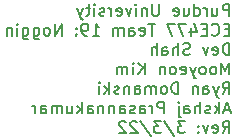
<source format=gbo>
G04 #@! TF.GenerationSoftware,KiCad,Pcbnew,(5.1.5)-3*
G04 #@! TF.CreationDate,2022-03-10T20:17:17-05:00*
G04 #@! TF.ProjectId,wearer,77656172-6572-42e6-9b69-6361645f7063,rev?*
G04 #@! TF.SameCoordinates,Original*
G04 #@! TF.FileFunction,Legend,Bot*
G04 #@! TF.FilePolarity,Positive*
%FSLAX46Y46*%
G04 Gerber Fmt 4.6, Leading zero omitted, Abs format (unit mm)*
G04 Created by KiCad (PCBNEW (5.1.5)-3) date 2022-03-10 20:17:17*
%MOMM*%
%LPD*%
G04 APERTURE LIST*
%ADD10C,0.150000*%
G04 APERTURE END LIST*
D10*
X210992404Y-109548380D02*
X210992404Y-108548380D01*
X210611452Y-108548380D01*
X210516214Y-108596000D01*
X210468595Y-108643619D01*
X210420976Y-108738857D01*
X210420976Y-108881714D01*
X210468595Y-108976952D01*
X210516214Y-109024571D01*
X210611452Y-109072190D01*
X210992404Y-109072190D01*
X209563833Y-108881714D02*
X209563833Y-109548380D01*
X209992404Y-108881714D02*
X209992404Y-109405523D01*
X209944785Y-109500761D01*
X209849547Y-109548380D01*
X209706690Y-109548380D01*
X209611452Y-109500761D01*
X209563833Y-109453142D01*
X209087642Y-109548380D02*
X209087642Y-108881714D01*
X209087642Y-109072190D02*
X209040023Y-108976952D01*
X208992404Y-108929333D01*
X208897166Y-108881714D01*
X208801928Y-108881714D01*
X208040023Y-109548380D02*
X208040023Y-108548380D01*
X208040023Y-109500761D02*
X208135261Y-109548380D01*
X208325738Y-109548380D01*
X208420976Y-109500761D01*
X208468595Y-109453142D01*
X208516214Y-109357904D01*
X208516214Y-109072190D01*
X208468595Y-108976952D01*
X208420976Y-108929333D01*
X208325738Y-108881714D01*
X208135261Y-108881714D01*
X208040023Y-108929333D01*
X207135261Y-108881714D02*
X207135261Y-109548380D01*
X207563833Y-108881714D02*
X207563833Y-109405523D01*
X207516214Y-109500761D01*
X207420976Y-109548380D01*
X207278119Y-109548380D01*
X207182880Y-109500761D01*
X207135261Y-109453142D01*
X206278119Y-109500761D02*
X206373357Y-109548380D01*
X206563833Y-109548380D01*
X206659071Y-109500761D01*
X206706690Y-109405523D01*
X206706690Y-109024571D01*
X206659071Y-108929333D01*
X206563833Y-108881714D01*
X206373357Y-108881714D01*
X206278119Y-108929333D01*
X206230500Y-109024571D01*
X206230500Y-109119809D01*
X206706690Y-109215047D01*
X205040023Y-108548380D02*
X205040023Y-109357904D01*
X204992404Y-109453142D01*
X204944785Y-109500761D01*
X204849547Y-109548380D01*
X204659071Y-109548380D01*
X204563833Y-109500761D01*
X204516214Y-109453142D01*
X204468595Y-109357904D01*
X204468595Y-108548380D01*
X203992404Y-108881714D02*
X203992404Y-109548380D01*
X203992404Y-108976952D02*
X203944785Y-108929333D01*
X203849547Y-108881714D01*
X203706690Y-108881714D01*
X203611452Y-108929333D01*
X203563833Y-109024571D01*
X203563833Y-109548380D01*
X203087642Y-109548380D02*
X203087642Y-108881714D01*
X203087642Y-108548380D02*
X203135261Y-108596000D01*
X203087642Y-108643619D01*
X203040023Y-108596000D01*
X203087642Y-108548380D01*
X203087642Y-108643619D01*
X202706690Y-108881714D02*
X202468595Y-109548380D01*
X202230500Y-108881714D01*
X201468595Y-109500761D02*
X201563833Y-109548380D01*
X201754309Y-109548380D01*
X201849547Y-109500761D01*
X201897166Y-109405523D01*
X201897166Y-109024571D01*
X201849547Y-108929333D01*
X201754309Y-108881714D01*
X201563833Y-108881714D01*
X201468595Y-108929333D01*
X201420976Y-109024571D01*
X201420976Y-109119809D01*
X201897166Y-109215047D01*
X200992404Y-109548380D02*
X200992404Y-108881714D01*
X200992404Y-109072190D02*
X200944785Y-108976952D01*
X200897166Y-108929333D01*
X200801928Y-108881714D01*
X200706690Y-108881714D01*
X200420976Y-109500761D02*
X200325738Y-109548380D01*
X200135261Y-109548380D01*
X200040023Y-109500761D01*
X199992404Y-109405523D01*
X199992404Y-109357904D01*
X200040023Y-109262666D01*
X200135261Y-109215047D01*
X200278119Y-109215047D01*
X200373357Y-109167428D01*
X200420976Y-109072190D01*
X200420976Y-109024571D01*
X200373357Y-108929333D01*
X200278119Y-108881714D01*
X200135261Y-108881714D01*
X200040023Y-108929333D01*
X199563833Y-109548380D02*
X199563833Y-108881714D01*
X199563833Y-108548380D02*
X199611452Y-108596000D01*
X199563833Y-108643619D01*
X199516214Y-108596000D01*
X199563833Y-108548380D01*
X199563833Y-108643619D01*
X199230500Y-108881714D02*
X198849547Y-108881714D01*
X199087642Y-108548380D02*
X199087642Y-109405523D01*
X199040023Y-109500761D01*
X198944785Y-109548380D01*
X198849547Y-109548380D01*
X198611452Y-108881714D02*
X198373357Y-109548380D01*
X198135261Y-108881714D02*
X198373357Y-109548380D01*
X198468595Y-109786476D01*
X198516214Y-109834095D01*
X198611452Y-109881714D01*
X210992404Y-110674571D02*
X210659071Y-110674571D01*
X210516214Y-111198380D02*
X210992404Y-111198380D01*
X210992404Y-110198380D01*
X210516214Y-110198380D01*
X209516214Y-111103142D02*
X209563833Y-111150761D01*
X209706690Y-111198380D01*
X209801928Y-111198380D01*
X209944785Y-111150761D01*
X210040023Y-111055523D01*
X210087642Y-110960285D01*
X210135261Y-110769809D01*
X210135261Y-110626952D01*
X210087642Y-110436476D01*
X210040023Y-110341238D01*
X209944785Y-110246000D01*
X209801928Y-110198380D01*
X209706690Y-110198380D01*
X209563833Y-110246000D01*
X209516214Y-110293619D01*
X209087642Y-110674571D02*
X208754309Y-110674571D01*
X208611452Y-111198380D02*
X209087642Y-111198380D01*
X209087642Y-110198380D01*
X208611452Y-110198380D01*
X207754309Y-110531714D02*
X207754309Y-111198380D01*
X207992404Y-110150761D02*
X208230500Y-110865047D01*
X207611452Y-110865047D01*
X207325738Y-110198380D02*
X206659071Y-110198380D01*
X207087642Y-111198380D01*
X206373357Y-110198380D02*
X205706690Y-110198380D01*
X206135261Y-111198380D01*
X204706690Y-110198380D02*
X204135261Y-110198380D01*
X204420976Y-111198380D02*
X204420976Y-110198380D01*
X203420976Y-111150761D02*
X203516214Y-111198380D01*
X203706690Y-111198380D01*
X203801928Y-111150761D01*
X203849547Y-111055523D01*
X203849547Y-110674571D01*
X203801928Y-110579333D01*
X203706690Y-110531714D01*
X203516214Y-110531714D01*
X203420976Y-110579333D01*
X203373357Y-110674571D01*
X203373357Y-110769809D01*
X203849547Y-110865047D01*
X202516214Y-111198380D02*
X202516214Y-110674571D01*
X202563833Y-110579333D01*
X202659071Y-110531714D01*
X202849547Y-110531714D01*
X202944785Y-110579333D01*
X202516214Y-111150761D02*
X202611452Y-111198380D01*
X202849547Y-111198380D01*
X202944785Y-111150761D01*
X202992404Y-111055523D01*
X202992404Y-110960285D01*
X202944785Y-110865047D01*
X202849547Y-110817428D01*
X202611452Y-110817428D01*
X202516214Y-110769809D01*
X202040023Y-111198380D02*
X202040023Y-110531714D01*
X202040023Y-110626952D02*
X201992404Y-110579333D01*
X201897166Y-110531714D01*
X201754309Y-110531714D01*
X201659071Y-110579333D01*
X201611452Y-110674571D01*
X201611452Y-111198380D01*
X201611452Y-110674571D02*
X201563833Y-110579333D01*
X201468595Y-110531714D01*
X201325738Y-110531714D01*
X201230500Y-110579333D01*
X201182880Y-110674571D01*
X201182880Y-111198380D01*
X199420976Y-111198380D02*
X199992404Y-111198380D01*
X199706690Y-111198380D02*
X199706690Y-110198380D01*
X199801928Y-110341238D01*
X199897166Y-110436476D01*
X199992404Y-110484095D01*
X198944785Y-111198380D02*
X198754309Y-111198380D01*
X198659071Y-111150761D01*
X198611452Y-111103142D01*
X198516214Y-110960285D01*
X198468595Y-110769809D01*
X198468595Y-110388857D01*
X198516214Y-110293619D01*
X198563833Y-110246000D01*
X198659071Y-110198380D01*
X198849547Y-110198380D01*
X198944785Y-110246000D01*
X198992404Y-110293619D01*
X199040023Y-110388857D01*
X199040023Y-110626952D01*
X198992404Y-110722190D01*
X198944785Y-110769809D01*
X198849547Y-110817428D01*
X198659071Y-110817428D01*
X198563833Y-110769809D01*
X198516214Y-110722190D01*
X198468595Y-110626952D01*
X198040023Y-111103142D02*
X197992404Y-111150761D01*
X198040023Y-111198380D01*
X198087642Y-111150761D01*
X198040023Y-111103142D01*
X198040023Y-111198380D01*
X198040023Y-110579333D02*
X197992404Y-110626952D01*
X198040023Y-110674571D01*
X198087642Y-110626952D01*
X198040023Y-110579333D01*
X198040023Y-110674571D01*
X196801928Y-111198380D02*
X196801928Y-110198380D01*
X196230500Y-111198380D01*
X196230500Y-110198380D01*
X195611452Y-111198380D02*
X195706690Y-111150761D01*
X195754309Y-111103142D01*
X195801928Y-111007904D01*
X195801928Y-110722190D01*
X195754309Y-110626952D01*
X195706690Y-110579333D01*
X195611452Y-110531714D01*
X195468595Y-110531714D01*
X195373357Y-110579333D01*
X195325738Y-110626952D01*
X195278119Y-110722190D01*
X195278119Y-111007904D01*
X195325738Y-111103142D01*
X195373357Y-111150761D01*
X195468595Y-111198380D01*
X195611452Y-111198380D01*
X194420976Y-110531714D02*
X194420976Y-111341238D01*
X194468595Y-111436476D01*
X194516214Y-111484095D01*
X194611452Y-111531714D01*
X194754309Y-111531714D01*
X194849547Y-111484095D01*
X194420976Y-111150761D02*
X194516214Y-111198380D01*
X194706690Y-111198380D01*
X194801928Y-111150761D01*
X194849547Y-111103142D01*
X194897166Y-111007904D01*
X194897166Y-110722190D01*
X194849547Y-110626952D01*
X194801928Y-110579333D01*
X194706690Y-110531714D01*
X194516214Y-110531714D01*
X194420976Y-110579333D01*
X193516214Y-110531714D02*
X193516214Y-111341238D01*
X193563833Y-111436476D01*
X193611452Y-111484095D01*
X193706690Y-111531714D01*
X193849547Y-111531714D01*
X193944785Y-111484095D01*
X193516214Y-111150761D02*
X193611452Y-111198380D01*
X193801928Y-111198380D01*
X193897166Y-111150761D01*
X193944785Y-111103142D01*
X193992404Y-111007904D01*
X193992404Y-110722190D01*
X193944785Y-110626952D01*
X193897166Y-110579333D01*
X193801928Y-110531714D01*
X193611452Y-110531714D01*
X193516214Y-110579333D01*
X193040023Y-111198380D02*
X193040023Y-110531714D01*
X193040023Y-110198380D02*
X193087642Y-110246000D01*
X193040023Y-110293619D01*
X192992404Y-110246000D01*
X193040023Y-110198380D01*
X193040023Y-110293619D01*
X192563833Y-110531714D02*
X192563833Y-111198380D01*
X192563833Y-110626952D02*
X192516214Y-110579333D01*
X192420976Y-110531714D01*
X192278119Y-110531714D01*
X192182880Y-110579333D01*
X192135261Y-110674571D01*
X192135261Y-111198380D01*
X210992404Y-112848380D02*
X210992404Y-111848380D01*
X210754309Y-111848380D01*
X210611452Y-111896000D01*
X210516214Y-111991238D01*
X210468595Y-112086476D01*
X210420976Y-112276952D01*
X210420976Y-112419809D01*
X210468595Y-112610285D01*
X210516214Y-112705523D01*
X210611452Y-112800761D01*
X210754309Y-112848380D01*
X210992404Y-112848380D01*
X209611452Y-112800761D02*
X209706690Y-112848380D01*
X209897166Y-112848380D01*
X209992404Y-112800761D01*
X210040023Y-112705523D01*
X210040023Y-112324571D01*
X209992404Y-112229333D01*
X209897166Y-112181714D01*
X209706690Y-112181714D01*
X209611452Y-112229333D01*
X209563833Y-112324571D01*
X209563833Y-112419809D01*
X210040023Y-112515047D01*
X209230500Y-112181714D02*
X208992404Y-112848380D01*
X208754309Y-112181714D01*
X207659071Y-112800761D02*
X207516214Y-112848380D01*
X207278119Y-112848380D01*
X207182880Y-112800761D01*
X207135261Y-112753142D01*
X207087642Y-112657904D01*
X207087642Y-112562666D01*
X207135261Y-112467428D01*
X207182880Y-112419809D01*
X207278119Y-112372190D01*
X207468595Y-112324571D01*
X207563833Y-112276952D01*
X207611452Y-112229333D01*
X207659071Y-112134095D01*
X207659071Y-112038857D01*
X207611452Y-111943619D01*
X207563833Y-111896000D01*
X207468595Y-111848380D01*
X207230500Y-111848380D01*
X207087642Y-111896000D01*
X206659071Y-112848380D02*
X206659071Y-111848380D01*
X206230500Y-112848380D02*
X206230500Y-112324571D01*
X206278119Y-112229333D01*
X206373357Y-112181714D01*
X206516214Y-112181714D01*
X206611452Y-112229333D01*
X206659071Y-112276952D01*
X205325738Y-112848380D02*
X205325738Y-112324571D01*
X205373357Y-112229333D01*
X205468595Y-112181714D01*
X205659071Y-112181714D01*
X205754309Y-112229333D01*
X205325738Y-112800761D02*
X205420976Y-112848380D01*
X205659071Y-112848380D01*
X205754309Y-112800761D01*
X205801928Y-112705523D01*
X205801928Y-112610285D01*
X205754309Y-112515047D01*
X205659071Y-112467428D01*
X205420976Y-112467428D01*
X205325738Y-112419809D01*
X204849547Y-112848380D02*
X204849547Y-111848380D01*
X204420976Y-112848380D02*
X204420976Y-112324571D01*
X204468595Y-112229333D01*
X204563833Y-112181714D01*
X204706690Y-112181714D01*
X204801928Y-112229333D01*
X204849547Y-112276952D01*
X210992404Y-114498380D02*
X210992404Y-113498380D01*
X210659071Y-114212666D01*
X210325738Y-113498380D01*
X210325738Y-114498380D01*
X209706690Y-114498380D02*
X209801928Y-114450761D01*
X209849547Y-114403142D01*
X209897166Y-114307904D01*
X209897166Y-114022190D01*
X209849547Y-113926952D01*
X209801928Y-113879333D01*
X209706690Y-113831714D01*
X209563833Y-113831714D01*
X209468595Y-113879333D01*
X209420976Y-113926952D01*
X209373357Y-114022190D01*
X209373357Y-114307904D01*
X209420976Y-114403142D01*
X209468595Y-114450761D01*
X209563833Y-114498380D01*
X209706690Y-114498380D01*
X208801928Y-114498380D02*
X208897166Y-114450761D01*
X208944785Y-114403142D01*
X208992404Y-114307904D01*
X208992404Y-114022190D01*
X208944785Y-113926952D01*
X208897166Y-113879333D01*
X208801928Y-113831714D01*
X208659071Y-113831714D01*
X208563833Y-113879333D01*
X208516214Y-113926952D01*
X208468595Y-114022190D01*
X208468595Y-114307904D01*
X208516214Y-114403142D01*
X208563833Y-114450761D01*
X208659071Y-114498380D01*
X208801928Y-114498380D01*
X208135261Y-113831714D02*
X207897166Y-114498380D01*
X207659071Y-113831714D02*
X207897166Y-114498380D01*
X207992404Y-114736476D01*
X208040023Y-114784095D01*
X208135261Y-114831714D01*
X206897166Y-114450761D02*
X206992404Y-114498380D01*
X207182880Y-114498380D01*
X207278119Y-114450761D01*
X207325738Y-114355523D01*
X207325738Y-113974571D01*
X207278119Y-113879333D01*
X207182880Y-113831714D01*
X206992404Y-113831714D01*
X206897166Y-113879333D01*
X206849547Y-113974571D01*
X206849547Y-114069809D01*
X207325738Y-114165047D01*
X206278119Y-114498380D02*
X206373357Y-114450761D01*
X206420976Y-114403142D01*
X206468595Y-114307904D01*
X206468595Y-114022190D01*
X206420976Y-113926952D01*
X206373357Y-113879333D01*
X206278119Y-113831714D01*
X206135261Y-113831714D01*
X206040023Y-113879333D01*
X205992404Y-113926952D01*
X205944785Y-114022190D01*
X205944785Y-114307904D01*
X205992404Y-114403142D01*
X206040023Y-114450761D01*
X206135261Y-114498380D01*
X206278119Y-114498380D01*
X205516214Y-113831714D02*
X205516214Y-114498380D01*
X205516214Y-113926952D02*
X205468595Y-113879333D01*
X205373357Y-113831714D01*
X205230500Y-113831714D01*
X205135261Y-113879333D01*
X205087642Y-113974571D01*
X205087642Y-114498380D01*
X203849547Y-114498380D02*
X203849547Y-113498380D01*
X203278119Y-114498380D02*
X203706690Y-113926952D01*
X203278119Y-113498380D02*
X203849547Y-114069809D01*
X202849547Y-114498380D02*
X202849547Y-113831714D01*
X202849547Y-113498380D02*
X202897166Y-113546000D01*
X202849547Y-113593619D01*
X202801928Y-113546000D01*
X202849547Y-113498380D01*
X202849547Y-113593619D01*
X202373357Y-114498380D02*
X202373357Y-113831714D01*
X202373357Y-113926952D02*
X202325738Y-113879333D01*
X202230500Y-113831714D01*
X202087642Y-113831714D01*
X201992404Y-113879333D01*
X201944785Y-113974571D01*
X201944785Y-114498380D01*
X201944785Y-113974571D02*
X201897166Y-113879333D01*
X201801928Y-113831714D01*
X201659071Y-113831714D01*
X201563833Y-113879333D01*
X201516214Y-113974571D01*
X201516214Y-114498380D01*
X210420976Y-116148380D02*
X210754309Y-115672190D01*
X210992404Y-116148380D02*
X210992404Y-115148380D01*
X210611452Y-115148380D01*
X210516214Y-115196000D01*
X210468595Y-115243619D01*
X210420976Y-115338857D01*
X210420976Y-115481714D01*
X210468595Y-115576952D01*
X210516214Y-115624571D01*
X210611452Y-115672190D01*
X210992404Y-115672190D01*
X210087642Y-115481714D02*
X209849547Y-116148380D01*
X209611452Y-115481714D02*
X209849547Y-116148380D01*
X209944785Y-116386476D01*
X209992404Y-116434095D01*
X210087642Y-116481714D01*
X208801928Y-116148380D02*
X208801928Y-115624571D01*
X208849547Y-115529333D01*
X208944785Y-115481714D01*
X209135261Y-115481714D01*
X209230500Y-115529333D01*
X208801928Y-116100761D02*
X208897166Y-116148380D01*
X209135261Y-116148380D01*
X209230500Y-116100761D01*
X209278119Y-116005523D01*
X209278119Y-115910285D01*
X209230500Y-115815047D01*
X209135261Y-115767428D01*
X208897166Y-115767428D01*
X208801928Y-115719809D01*
X208325738Y-115481714D02*
X208325738Y-116148380D01*
X208325738Y-115576952D02*
X208278119Y-115529333D01*
X208182880Y-115481714D01*
X208040023Y-115481714D01*
X207944785Y-115529333D01*
X207897166Y-115624571D01*
X207897166Y-116148380D01*
X206659071Y-116148380D02*
X206659071Y-115148380D01*
X206420976Y-115148380D01*
X206278119Y-115196000D01*
X206182880Y-115291238D01*
X206135261Y-115386476D01*
X206087642Y-115576952D01*
X206087642Y-115719809D01*
X206135261Y-115910285D01*
X206182880Y-116005523D01*
X206278119Y-116100761D01*
X206420976Y-116148380D01*
X206659071Y-116148380D01*
X205516214Y-116148380D02*
X205611452Y-116100761D01*
X205659071Y-116053142D01*
X205706690Y-115957904D01*
X205706690Y-115672190D01*
X205659071Y-115576952D01*
X205611452Y-115529333D01*
X205516214Y-115481714D01*
X205373357Y-115481714D01*
X205278119Y-115529333D01*
X205230500Y-115576952D01*
X205182880Y-115672190D01*
X205182880Y-115957904D01*
X205230500Y-116053142D01*
X205278119Y-116100761D01*
X205373357Y-116148380D01*
X205516214Y-116148380D01*
X204754309Y-116148380D02*
X204754309Y-115481714D01*
X204754309Y-115576952D02*
X204706690Y-115529333D01*
X204611452Y-115481714D01*
X204468595Y-115481714D01*
X204373357Y-115529333D01*
X204325738Y-115624571D01*
X204325738Y-116148380D01*
X204325738Y-115624571D02*
X204278119Y-115529333D01*
X204182880Y-115481714D01*
X204040023Y-115481714D01*
X203944785Y-115529333D01*
X203897166Y-115624571D01*
X203897166Y-116148380D01*
X202992404Y-116148380D02*
X202992404Y-115624571D01*
X203040023Y-115529333D01*
X203135261Y-115481714D01*
X203325738Y-115481714D01*
X203420976Y-115529333D01*
X202992404Y-116100761D02*
X203087642Y-116148380D01*
X203325738Y-116148380D01*
X203420976Y-116100761D01*
X203468595Y-116005523D01*
X203468595Y-115910285D01*
X203420976Y-115815047D01*
X203325738Y-115767428D01*
X203087642Y-115767428D01*
X202992404Y-115719809D01*
X202516214Y-115481714D02*
X202516214Y-116148380D01*
X202516214Y-115576952D02*
X202468595Y-115529333D01*
X202373357Y-115481714D01*
X202230500Y-115481714D01*
X202135261Y-115529333D01*
X202087642Y-115624571D01*
X202087642Y-116148380D01*
X201659071Y-116100761D02*
X201563833Y-116148380D01*
X201373357Y-116148380D01*
X201278119Y-116100761D01*
X201230500Y-116005523D01*
X201230500Y-115957904D01*
X201278119Y-115862666D01*
X201373357Y-115815047D01*
X201516214Y-115815047D01*
X201611452Y-115767428D01*
X201659071Y-115672190D01*
X201659071Y-115624571D01*
X201611452Y-115529333D01*
X201516214Y-115481714D01*
X201373357Y-115481714D01*
X201278119Y-115529333D01*
X200801928Y-116148380D02*
X200801928Y-115148380D01*
X200706690Y-115767428D02*
X200420976Y-116148380D01*
X200420976Y-115481714D02*
X200801928Y-115862666D01*
X199992404Y-116148380D02*
X199992404Y-115481714D01*
X199992404Y-115148380D02*
X200040023Y-115196000D01*
X199992404Y-115243619D01*
X199944785Y-115196000D01*
X199992404Y-115148380D01*
X199992404Y-115243619D01*
X211040023Y-117512666D02*
X210563833Y-117512666D01*
X211135261Y-117798380D02*
X210801928Y-116798380D01*
X210468595Y-117798380D01*
X210135261Y-117798380D02*
X210135261Y-116798380D01*
X210040023Y-117417428D02*
X209754309Y-117798380D01*
X209754309Y-117131714D02*
X210135261Y-117512666D01*
X209373357Y-117750761D02*
X209278119Y-117798380D01*
X209087642Y-117798380D01*
X208992404Y-117750761D01*
X208944785Y-117655523D01*
X208944785Y-117607904D01*
X208992404Y-117512666D01*
X209087642Y-117465047D01*
X209230500Y-117465047D01*
X209325738Y-117417428D01*
X209373357Y-117322190D01*
X209373357Y-117274571D01*
X209325738Y-117179333D01*
X209230500Y-117131714D01*
X209087642Y-117131714D01*
X208992404Y-117179333D01*
X208516214Y-117798380D02*
X208516214Y-116798380D01*
X208087642Y-117798380D02*
X208087642Y-117274571D01*
X208135261Y-117179333D01*
X208230500Y-117131714D01*
X208373357Y-117131714D01*
X208468595Y-117179333D01*
X208516214Y-117226952D01*
X207182880Y-117798380D02*
X207182880Y-117274571D01*
X207230500Y-117179333D01*
X207325738Y-117131714D01*
X207516214Y-117131714D01*
X207611452Y-117179333D01*
X207182880Y-117750761D02*
X207278119Y-117798380D01*
X207516214Y-117798380D01*
X207611452Y-117750761D01*
X207659071Y-117655523D01*
X207659071Y-117560285D01*
X207611452Y-117465047D01*
X207516214Y-117417428D01*
X207278119Y-117417428D01*
X207182880Y-117369809D01*
X206706690Y-117131714D02*
X206706690Y-117988857D01*
X206754309Y-118084095D01*
X206849547Y-118131714D01*
X206897166Y-118131714D01*
X206706690Y-116798380D02*
X206754309Y-116846000D01*
X206706690Y-116893619D01*
X206659071Y-116846000D01*
X206706690Y-116798380D01*
X206706690Y-116893619D01*
X205468595Y-117798380D02*
X205468595Y-116798380D01*
X205087642Y-116798380D01*
X204992404Y-116846000D01*
X204944785Y-116893619D01*
X204897166Y-116988857D01*
X204897166Y-117131714D01*
X204944785Y-117226952D01*
X204992404Y-117274571D01*
X205087642Y-117322190D01*
X205468595Y-117322190D01*
X204468595Y-117798380D02*
X204468595Y-117131714D01*
X204468595Y-117322190D02*
X204420976Y-117226952D01*
X204373357Y-117179333D01*
X204278119Y-117131714D01*
X204182880Y-117131714D01*
X203420976Y-117798380D02*
X203420976Y-117274571D01*
X203468595Y-117179333D01*
X203563833Y-117131714D01*
X203754309Y-117131714D01*
X203849547Y-117179333D01*
X203420976Y-117750761D02*
X203516214Y-117798380D01*
X203754309Y-117798380D01*
X203849547Y-117750761D01*
X203897166Y-117655523D01*
X203897166Y-117560285D01*
X203849547Y-117465047D01*
X203754309Y-117417428D01*
X203516214Y-117417428D01*
X203420976Y-117369809D01*
X202992404Y-117750761D02*
X202897166Y-117798380D01*
X202706690Y-117798380D01*
X202611452Y-117750761D01*
X202563833Y-117655523D01*
X202563833Y-117607904D01*
X202611452Y-117512666D01*
X202706690Y-117465047D01*
X202849547Y-117465047D01*
X202944785Y-117417428D01*
X202992404Y-117322190D01*
X202992404Y-117274571D01*
X202944785Y-117179333D01*
X202849547Y-117131714D01*
X202706690Y-117131714D01*
X202611452Y-117179333D01*
X201706690Y-117798380D02*
X201706690Y-117274571D01*
X201754309Y-117179333D01*
X201849547Y-117131714D01*
X202040023Y-117131714D01*
X202135261Y-117179333D01*
X201706690Y-117750761D02*
X201801928Y-117798380D01*
X202040023Y-117798380D01*
X202135261Y-117750761D01*
X202182880Y-117655523D01*
X202182880Y-117560285D01*
X202135261Y-117465047D01*
X202040023Y-117417428D01*
X201801928Y-117417428D01*
X201706690Y-117369809D01*
X201230500Y-117131714D02*
X201230500Y-117798380D01*
X201230500Y-117226952D02*
X201182880Y-117179333D01*
X201087642Y-117131714D01*
X200944785Y-117131714D01*
X200849547Y-117179333D01*
X200801928Y-117274571D01*
X200801928Y-117798380D01*
X200325738Y-117131714D02*
X200325738Y-117798380D01*
X200325738Y-117226952D02*
X200278119Y-117179333D01*
X200182880Y-117131714D01*
X200040023Y-117131714D01*
X199944785Y-117179333D01*
X199897166Y-117274571D01*
X199897166Y-117798380D01*
X198992404Y-117798380D02*
X198992404Y-117274571D01*
X199040023Y-117179333D01*
X199135261Y-117131714D01*
X199325738Y-117131714D01*
X199420976Y-117179333D01*
X198992404Y-117750761D02*
X199087642Y-117798380D01*
X199325738Y-117798380D01*
X199420976Y-117750761D01*
X199468595Y-117655523D01*
X199468595Y-117560285D01*
X199420976Y-117465047D01*
X199325738Y-117417428D01*
X199087642Y-117417428D01*
X198992404Y-117369809D01*
X198516214Y-117798380D02*
X198516214Y-116798380D01*
X198420976Y-117417428D02*
X198135261Y-117798380D01*
X198135261Y-117131714D02*
X198516214Y-117512666D01*
X197278119Y-117131714D02*
X197278119Y-117798380D01*
X197706690Y-117131714D02*
X197706690Y-117655523D01*
X197659071Y-117750761D01*
X197563833Y-117798380D01*
X197420976Y-117798380D01*
X197325738Y-117750761D01*
X197278119Y-117703142D01*
X196801928Y-117798380D02*
X196801928Y-117131714D01*
X196801928Y-117226952D02*
X196754309Y-117179333D01*
X196659071Y-117131714D01*
X196516214Y-117131714D01*
X196420976Y-117179333D01*
X196373357Y-117274571D01*
X196373357Y-117798380D01*
X196373357Y-117274571D02*
X196325738Y-117179333D01*
X196230500Y-117131714D01*
X196087642Y-117131714D01*
X195992404Y-117179333D01*
X195944785Y-117274571D01*
X195944785Y-117798380D01*
X195040023Y-117798380D02*
X195040023Y-117274571D01*
X195087642Y-117179333D01*
X195182880Y-117131714D01*
X195373357Y-117131714D01*
X195468595Y-117179333D01*
X195040023Y-117750761D02*
X195135261Y-117798380D01*
X195373357Y-117798380D01*
X195468595Y-117750761D01*
X195516214Y-117655523D01*
X195516214Y-117560285D01*
X195468595Y-117465047D01*
X195373357Y-117417428D01*
X195135261Y-117417428D01*
X195040023Y-117369809D01*
X194563833Y-117798380D02*
X194563833Y-117131714D01*
X194563833Y-117322190D02*
X194516214Y-117226952D01*
X194468595Y-117179333D01*
X194373357Y-117131714D01*
X194278119Y-117131714D01*
X210420976Y-119448380D02*
X210754309Y-118972190D01*
X210992404Y-119448380D02*
X210992404Y-118448380D01*
X210611452Y-118448380D01*
X210516214Y-118496000D01*
X210468595Y-118543619D01*
X210420976Y-118638857D01*
X210420976Y-118781714D01*
X210468595Y-118876952D01*
X210516214Y-118924571D01*
X210611452Y-118972190D01*
X210992404Y-118972190D01*
X209611452Y-119400761D02*
X209706690Y-119448380D01*
X209897166Y-119448380D01*
X209992404Y-119400761D01*
X210040023Y-119305523D01*
X210040023Y-118924571D01*
X209992404Y-118829333D01*
X209897166Y-118781714D01*
X209706690Y-118781714D01*
X209611452Y-118829333D01*
X209563833Y-118924571D01*
X209563833Y-119019809D01*
X210040023Y-119115047D01*
X209230500Y-118781714D02*
X208992404Y-119448380D01*
X208754309Y-118781714D01*
X208373357Y-119353142D02*
X208325738Y-119400761D01*
X208373357Y-119448380D01*
X208420976Y-119400761D01*
X208373357Y-119353142D01*
X208373357Y-119448380D01*
X208373357Y-118829333D02*
X208325738Y-118876952D01*
X208373357Y-118924571D01*
X208420976Y-118876952D01*
X208373357Y-118829333D01*
X208373357Y-118924571D01*
X207230500Y-118448380D02*
X206611452Y-118448380D01*
X206944785Y-118829333D01*
X206801928Y-118829333D01*
X206706690Y-118876952D01*
X206659071Y-118924571D01*
X206611452Y-119019809D01*
X206611452Y-119257904D01*
X206659071Y-119353142D01*
X206706690Y-119400761D01*
X206801928Y-119448380D01*
X207087642Y-119448380D01*
X207182880Y-119400761D01*
X207230500Y-119353142D01*
X205468595Y-118400761D02*
X206325738Y-119686476D01*
X205230500Y-118448380D02*
X204611452Y-118448380D01*
X204944785Y-118829333D01*
X204801928Y-118829333D01*
X204706690Y-118876952D01*
X204659071Y-118924571D01*
X204611452Y-119019809D01*
X204611452Y-119257904D01*
X204659071Y-119353142D01*
X204706690Y-119400761D01*
X204801928Y-119448380D01*
X205087642Y-119448380D01*
X205182880Y-119400761D01*
X205230500Y-119353142D01*
X203468595Y-118400761D02*
X204325738Y-119686476D01*
X203182880Y-118543619D02*
X203135261Y-118496000D01*
X203040023Y-118448380D01*
X202801928Y-118448380D01*
X202706690Y-118496000D01*
X202659071Y-118543619D01*
X202611452Y-118638857D01*
X202611452Y-118734095D01*
X202659071Y-118876952D01*
X203230500Y-119448380D01*
X202611452Y-119448380D01*
X202230500Y-118543619D02*
X202182880Y-118496000D01*
X202087642Y-118448380D01*
X201849547Y-118448380D01*
X201754309Y-118496000D01*
X201706690Y-118543619D01*
X201659071Y-118638857D01*
X201659071Y-118734095D01*
X201706690Y-118876952D01*
X202278119Y-119448380D01*
X201659071Y-119448380D01*
M02*

</source>
